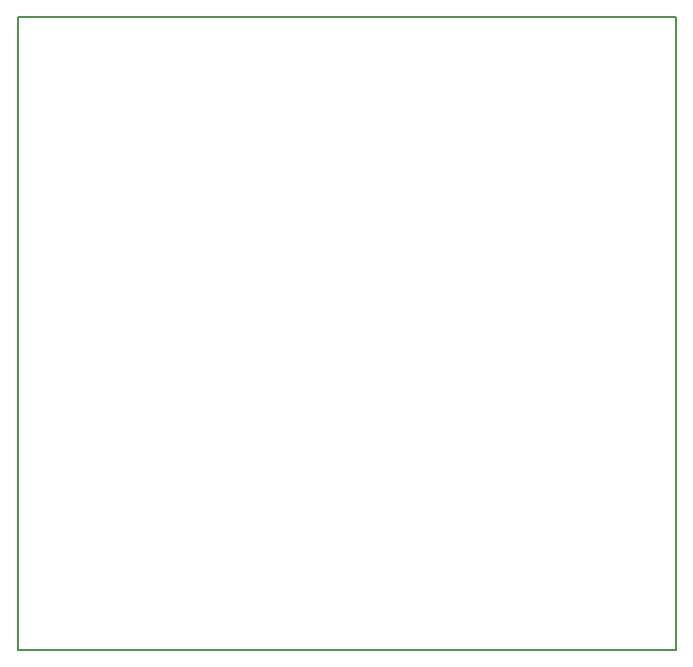
<source format=gm1>
G04 MADE WITH FRITZING*
G04 WWW.FRITZING.ORG*
G04 DOUBLE SIDED*
G04 HOLES PLATED*
G04 CONTOUR ON CENTER OF CONTOUR VECTOR*
%ASAXBY*%
%FSLAX23Y23*%
%MOIN*%
%OFA0B0*%
%SFA1.0B1.0*%
%ADD10R,2.201700X2.116620*%
%ADD11C,0.008000*%
%ADD10C,0.008*%
%LNCONTOUR*%
G90*
G70*
G54D10*
G54D11*
X4Y2113D02*
X2198Y2113D01*
X2198Y4D01*
X4Y4D01*
X4Y2113D01*
D02*
G04 End of contour*
M02*
</source>
